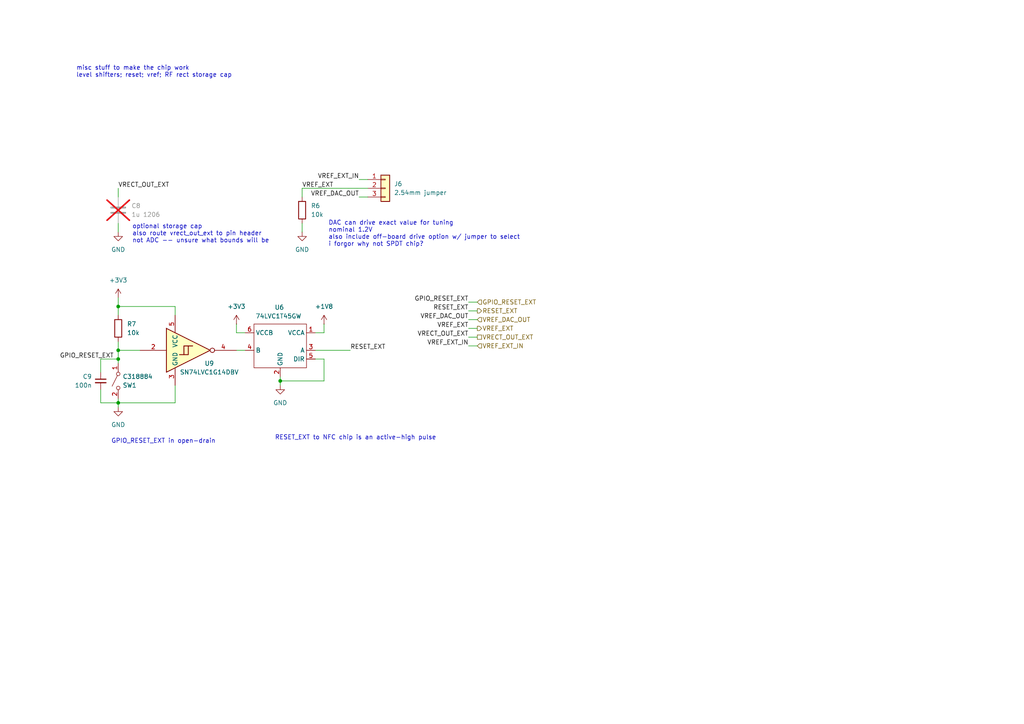
<source format=kicad_sch>
(kicad_sch (version 20250114) (generator "eeschema") (generator_version "9.0")
  (paper "A4")
  (lib_symbols
    (symbol "592-partslib:74LVC1T45GW"
      (property "Reference" "U" (at 8.89 8.89 0))
      (property "Value" "74LVC1T45GW" (at 14.732 7.112 0))
      (symbol "74LVC1T45GW_0_1"
        (rectangle (start -7.62 6.35) (end 7.62 -6.35))
      )
      (symbol "74LVC1T45GW_1_1"
        (pin power_in line (at -10.16 3.81 0) (length 2.54) (name "VCCA") (number "1"))
        (pin bidirectional line (at -10.16 -1.27 0) (length 2.54) (name "A") (number "3"))
        (pin input line (at -10.16 -3.81 0) (length 2.54) (name "DIR") (number "5"))
        (pin power_in line (at 0 -8.89 90) (length 2.54) (name "GND") (number "2"))
        (pin power_in line (at 10.16 3.81 180) (length 2.54) (name "VCCB") (number "6"))
        (pin bidirectional line (at 10.16 -1.27 180) (length 2.54) (name "B") (number "4"))
      )
    )
    (symbol "74xGxx:SN74LVC1G14DBV"
      (property "Reference" "U" (at 0 3.81 0))
      (property "Value" "SN74LVC1G14DBV" (at 0 -3.81 0))
      (symbol "SN74LVC1G14DBV_0_1"
        (polyline (pts (xy -7.62 6.35) (xy -7.62 -6.35) (xy 5.08 0) (xy -7.62 6.35)) (stroke (width 0.254)) (fill (type background)))
      )
      (symbol "SN74LVC1G14DBV_1_1"
        (polyline (pts (xy -3.81 -1.27) (xy -1.27 -1.27) (xy -1.27 1.27)) (stroke (width 0.254)))
        (polyline (pts (xy -2.54 -1.27) (xy -2.54 1.27) (xy 0 1.27)) (stroke (width 0.254)))
        (pin input line (at -15.24 0 0) (length 7.62) (name "~") (number "2"))
        (pin no_connect line (at -7.62 5.08 180) (length 5.08) (hide yes) (name "NC") (number "1"))
        (pin power_in line (at -5.08 10.16 270) (length 5.08) (name "VCC") (number "5"))
        (pin power_in line (at -5.08 -10.16 90) (length 5.08) (name "GND") (number "3"))
        (pin output inverted (at 12.7 0 180) (length 7.62) (name "~") (number "4"))
      )
    )
    (symbol "Connector_Generic:Conn_01x03" (pin_names (offset 1.016) (hide yes))
      (property "Reference" "J" (at 0 5.08 0))
      (property "Value" "Conn_01x03" (at 0 -5.08 0))
      (symbol "Conn_01x03_1_1"
        (rectangle (start -1.27 3.81) (end 1.27 -3.81) (stroke (width 0.254)) (fill (type background)))
        (rectangle (start -1.27 2.667) (end 0 2.413) (stroke (width 0.1524)))
        (rectangle (start -1.27 0.127) (end 0 -0.127) (stroke (width 0.1524)))
        (rectangle (start -1.27 -2.413) (end 0 -2.667) (stroke (width 0.1524)))
        (pin passive line (at -5.08 2.54 0) (length 3.81) (name "Pin_1") (number "1"))
        (pin passive line (at -5.08 0 0) (length 3.81) (name "Pin_2") (number "2"))
        (pin passive line (at -5.08 -2.54 0) (length 3.81) (name "Pin_3") (number "3"))
      )
    )
    (symbol "Device:C" (pin_numbers (hide yes)) (pin_names (offset 0.254))
      (property "Reference" "C" (at 0.635 2.54 0))
      (property "Value" "C" (at 0.635 -2.54 0))
      (symbol "C_0_1"
        (polyline (pts (xy -2.032 0.762) (xy 2.032 0.762)) (stroke (width 0.508)))
        (polyline (pts (xy -2.032 -0.762) (xy 2.032 -0.762)) (stroke (width 0.508)))
      )
      (symbol "C_1_1"
        (pin passive line (at 0 3.81 270) (length 2.794) (name "~") (number "1"))
        (pin passive line (at 0 -3.81 90) (length 2.794) (name "~") (number "2"))
      )
    )
    (symbol "Device:C_Small" (pin_numbers (hide yes)) (pin_names (offset 0.254) (hide yes))
      (property "Reference" "C" (at 0.254 1.778 0))
      (property "Value" "C_Small" (at 0.254 -2.032 0))
      (symbol "C_Small_0_1"
        (polyline (pts (xy -1.524 0.508) (xy 1.524 0.508)) (stroke (width 0.3048)))
        (polyline (pts (xy -1.524 -0.508) (xy 1.524 -0.508)) (stroke (width 0.3302)))
      )
      (symbol "C_Small_1_1"
        (pin passive line (at 0 2.54 270) (length 2.032) (name "~") (number "1"))
        (pin passive line (at 0 -2.54 90) (length 2.032) (name "~") (number "2"))
      )
    )
    (symbol "Device:R" (pin_numbers (hide yes)) (pin_names (offset 0))
      (property "Reference" "R" (at 2.032 0 90))
      (property "Value" "R" (at 0 0 90))
      (symbol "R_0_1"
        (rectangle (start -1.016 -2.54) (end 1.016 2.54) (stroke (width 0.254)))
      )
      (symbol "R_1_1"
        (pin passive line (at 0 3.81 270) (length 1.27) (name "~") (number "1"))
        (pin passive line (at 0 -3.81 90) (length 1.27) (name "~") (number "2"))
      )
    )
    (symbol "Switch:SW_SPST" (pin_names (offset 0) (hide yes))
      (property "Reference" "SW" (at 0 3.175 0))
      (property "Value" "SW_SPST" (at 0 -2.54 0))
      (symbol "SW_SPST_0_0"
        (circle (center -2.032 0) (radius 0.508))
        (polyline (pts (xy -1.524 0.254) (xy 1.524 1.778)))
        (circle (center 2.032 0) (radius 0.508))
      )
      (symbol "SW_SPST_1_1"
        (pin passive line (at -5.08 0 0) (length 2.54) (name "A") (number "1"))
        (pin passive line (at 5.08 0 180) (length 2.54) (name "B") (number "2"))
      )
    )
    (symbol "power:+1V8" (power) (pin_numbers (hide yes)) (pin_names (offset 0) (hide yes))
      (property "Value" "+1V8" (at 0 3.556 0))
      (symbol "+1V8_0_1"
        (polyline (pts (xy -0.762 1.27) (xy 0 2.54)))
        (polyline (pts (xy 0 2.54) (xy 0.762 1.27)))
        (polyline (pts (xy 0 0) (xy 0 2.54)))
      )
      (symbol "+1V8_1_1"
        (pin power_in line (at 0 0 90) (length 0) (name "~") (number "1"))
      )
    )
    (symbol "power:+3V3" (power) (pin_numbers (hide yes)) (pin_names (offset 0) (hide yes))
      (property "Value" "+3V3" (at 0 3.556 0))
      (symbol "+3V3_0_1"
        (polyline (pts (xy -0.762 1.27) (xy 0 2.54)))
        (polyline (pts (xy 0 2.54) (xy 0.762 1.27)))
        (polyline (pts (xy 0 0) (xy 0 2.54)))
      )
      (symbol "+3V3_1_1"
        (pin power_in line (at 0 0 90) (length 0) (name "~") (number "1"))
      )
    )
    (symbol "power:GND" (power) (pin_numbers (hide yes)) (pin_names (offset 0) (hide yes))
      (property "Value" "GND" (at 0 -3.81 0))
      (symbol "GND_0_1"
        (polyline (pts (xy 0 0) (xy 0 -1.27) (xy 1.27 -1.27) (xy 0 -2.54) (xy -1.27 -1.27) (xy 0 -1.27)))
      )
      (symbol "GND_1_1"
        (pin power_in line (at 0 0 270) (length 0) (name "~") (number "1"))
      )
    )
  )
  (text "GPIO_RESET_EXT in open-drain" (at 32.258 128.016 0) (effects (font (size 1.27 1.27)) (justify left)))
  (text "RESET_EXT to NFC chip is an active-high pulse" (at 103.124 127 0) (effects (font (size 1.27 1.27))))
  (text "DAC can drive exact value for tuning\nnominal 1.2V\nalso include off-board drive option w/ jumper to select\ni forgor why not SPDT chip?" (at 95.25 67.818 0) (effects (font (size 1.27 1.27)) (justify left)))
  (text "optional storage cap\nalso route vrect_out_ext to pin header\nnot ADC -- unsure what bounds will be" (at 38.354 67.818 0) (effects (font (size 1.27 1.27)) (justify left)))
  (text "misc stuff to make the chip work\nlevel shifters; reset; vref; RF rect storage cap" (at 22.098 20.828 0) (effects (font (size 1.27 1.27)) (justify left)))
  (junction (at 34.29 88.9))
  (junction (at 34.29 101.6))
  (junction (at 34.29 116.84))
  (junction (at 81.28 110.49))
  (junction (at 34.29 104.14))
  (wire (pts (xy 34.29 88.9) (xy 50.8 88.9)))
  (wire (pts (xy 91.44 104.14) (xy 93.98 104.14)))
  (wire (pts (xy 34.29 101.6) (xy 40.64 101.6)))
  (wire (pts (xy 93.98 93.98) (xy 93.98 96.52)))
  (wire (pts (xy 34.29 64.77) (xy 34.29 67.31)))
  (wire (pts (xy 81.28 109.22) (xy 81.28 110.49)))
  (wire (pts (xy 34.29 86.36) (xy 34.29 88.9)))
  (wire (pts (xy 93.98 110.49) (xy 81.28 110.49)))
  (wire (pts (xy 29.21 113.03) (xy 29.21 116.84)))
  (wire (pts (xy 91.44 96.52) (xy 93.98 96.52)))
  (wire (pts (xy 29.21 104.14) (xy 34.29 104.14)))
  (wire (pts (xy 93.98 104.14) (xy 93.98 110.49)))
  (wire (pts (xy 135.89 90.17) (xy 138.43 90.17)))
  (wire (pts (xy 87.63 54.61) (xy 87.63 57.15)))
  (wire (pts (xy 50.8 111.76) (xy 50.8 116.84)))
  (wire (pts (xy 135.89 95.25) (xy 138.43 95.25)))
  (wire (pts (xy 104.14 57.15) (xy 106.68 57.15)))
  (wire (pts (xy 135.89 97.79) (xy 138.43 97.79)))
  (wire (pts (xy 135.89 100.33) (xy 138.43 100.33)))
  (wire (pts (xy 68.58 93.98) (xy 68.58 96.52)))
  (wire (pts (xy 34.29 116.84) (xy 34.29 115.57)))
  (wire (pts (xy 91.44 101.6) (xy 101.6 101.6)))
  (wire (pts (xy 34.29 54.61) (xy 34.29 57.15)))
  (wire (pts (xy 34.29 116.84) (xy 50.8 116.84)))
  (wire (pts (xy 104.14 52.07) (xy 106.68 52.07)))
  (wire (pts (xy 87.63 54.61) (xy 106.68 54.61)))
  (wire (pts (xy 34.29 99.06) (xy 34.29 101.6)))
  (wire (pts (xy 135.89 92.71) (xy 138.43 92.71)))
  (wire (pts (xy 34.29 101.6) (xy 34.29 104.14)))
  (wire (pts (xy 50.8 88.9) (xy 50.8 91.44)))
  (wire (pts (xy 71.12 101.6) (xy 68.58 101.6)))
  (wire (pts (xy 34.29 118.11) (xy 34.29 116.84)))
  (wire (pts (xy 135.89 87.63) (xy 138.43 87.63)))
  (wire (pts (xy 68.58 96.52) (xy 71.12 96.52)))
  (wire (pts (xy 81.28 110.49) (xy 81.28 111.76)))
  (wire (pts (xy 29.21 104.14) (xy 29.21 107.95)))
  (wire (pts (xy 34.29 88.9) (xy 34.29 91.44)))
  (wire (pts (xy 87.63 64.77) (xy 87.63 67.31)))
  (wire (pts (xy 29.21 116.84) (xy 34.29 116.84)))
  (wire (pts (xy 34.29 104.14) (xy 34.29 105.41)))
  (label "GPIO_RESET_EXT" (at 33.02 104.14 180))
  (label "VREF_EXT_IN" (at 135.89 100.33 180))
  (label "VREF_DAC_OUT" (at 135.89 92.71 180))
  (label "VREF_EXT" (at 135.89 95.25 180))
  (label "VRECT_OUT_EXT" (at 135.89 97.79 180))
  (label "VRECT_OUT_EXT" (at 34.29 54.61 0))
  (label "GPIO_RESET_EXT" (at 135.89 87.63 180))
  (label "VREF_DAC_OUT" (at 104.14 57.15 180))
  (label "VREF_EXT" (at 87.63 54.61 0))
  (label "RESET_EXT" (at 101.6 101.6 0))
  (label "VREF_EXT_IN" (at 104.14 52.07 180))
  (label "RESET_EXT" (at 135.89 90.17 180))
  (hierarchical_label "VREF_EXT_IN" (shape input) (at 138.43 100.33 0))
  (hierarchical_label "VREF_EXT" (shape output) (at 138.43 95.25 0))
  (hierarchical_label "VREF_DAC_OUT" (shape input) (at 138.43 92.71 0))
  (hierarchical_label "GPIO_RESET_EXT" (shape input) (at 138.43 87.63 0))
  (hierarchical_label "RESET_EXT" (shape output) (at 138.43 90.17 0))
  (hierarchical_label "VRECT_OUT_EXT" (shape passive) (at 138.43 97.79 0))
  (symbol (lib_id "Device:C_Small") (at 29.21 110.49 0) (mirror y) (unit 1)
    (property "Reference" "C9" (at 26.67 109.2262 0) (effects (justify left)))
    (property "Value" "100n" (at 26.67 111.7662 0) (effects (justify left)))
    (property "Footprint" "Capacitor_SMD:C_0603_1608Metric" (effects (hide yes)))
    (property "Description" "Unpolarized capacitor, small symbol" (effects (hide yes)))
  )
  (symbol (lib_id "74xGxx:SN74LVC1G14DBV") (at 55.88 101.6 0) (unit 1)
    (property "Reference" "U9" (at 60.706 105.41 0))
    (property "Value" "SN74LVC1G14DBV" (at 60.706 107.95 0))
    (property "Footprint" "Package_TO_SOT_SMD:SOT-23-5" (effects (hide yes)))
    (property "Datasheet" "https://www.ti.com/lit/ds/symlink/sn74lvc1g14.pdf" (effects (hide yes)))
    (property "Description" "Single Schmitt NOT Gate, Low-Voltage CMOS, SOT-23" (effects (hide yes)))
  )
  (symbol (lib_id "power:GND") (at 81.28 111.76 0) (mirror y) (unit 1)
    (property "Reference" "#PWR026" (effects (hide yes)))
    (property "Value" "GND" (at 81.28 116.84 0))
    (property "Description" "Power symbol creates a global label with name \"GND\" , ground" (effects (hide yes)))
  )
  (symbol (lib_id "Device:C") (at 34.29 60.96 0) (unit 1) (dnp yes)
    (property "Reference" "C8" (at 38.1 59.6899 0) (effects (justify left)))
    (property "Value" "1u 1206" (at 38.1 62.2299 0) (effects (justify left)))
    (property "Footprint" "Capacitor_SMD:C_0603_1608Metric" (effects (hide yes)))
    (property "Description" "Unpolarized capacitor" (effects (hide yes)))
  )
  (symbol (lib_id "Connector_Generic:Conn_01x03") (at 111.76 54.61 0) (unit 1)
    (property "Reference" "J6" (at 114.3 53.3399 0) (effects (justify left)))
    (property "Value" "2.54mm jumper" (at 114.3 55.8799 0) (effects (justify left)))
    (property "Footprint" "Connector_PinHeader_2.54mm:PinHeader_1x03_P2.54mm_Vertical" (effects (hide yes)))
    (property "Description" "Generic connector, single row, 01x03, script generated (kicad-library-utils/schlib/autogen/connector/)" (effects (hide yes)))
  )
  (symbol (lib_id "Switch:SW_SPST") (at 34.29 110.49 90) (mirror x) (unit 1)
    (property "Reference" "SW1" (at 35.56 111.7601 90) (effects (justify right)))
    (property "Value" "C318884" (at 35.56 109.2201 90) (effects (justify right)))
    (property "Footprint" "Button_Switch_SMD:SW_Push_1P1T_XKB_TS-1187A" (effects (hide yes)))
    (property "Description" "Single Pole Single Throw (SPST) switch" (effects (hide yes)))
  )
  (symbol (lib_id "power:GND") (at 34.29 118.11 0) (mirror y) (unit 1)
    (property "Reference" "#PWR028" (effects (hide yes)))
    (property "Value" "GND" (at 34.29 123.19 0))
    (property "Description" "Power symbol creates a global label with name \"GND\" , ground" (effects (hide yes)))
  )
  (symbol (lib_id "power:GND") (at 87.63 67.31 0) (unit 1)
    (property "Reference" "#PWR024" (effects (hide yes)))
    (property "Value" "GND" (at 87.63 72.39 0))
    (property "Description" "Power symbol creates a global label with name \"GND\" , ground" (effects (hide yes)))
  )
  (symbol (lib_id "power:+1V8") (at 93.98 93.98 0) (mirror y) (unit 1)
    (property "Reference" "#PWR025" (effects (hide yes)))
    (property "Value" "+1V8" (at 93.98 88.9 0))
    (property "Description" "Power symbol creates a global label with name \"+1V8\"" (effects (hide yes)))
  )
  (symbol (lib_id "Device:R") (at 34.29 95.25 0) (unit 1)
    (property "Reference" "R7" (at 36.83 93.9799 0) (effects (justify left)))
    (property "Value" "10k" (at 36.83 96.5199 0) (effects (justify left)))
    (property "Footprint" "Capacitor_SMD:C_0603_1608Metric" (effects (hide yes)))
    (property "Description" "Resistor" (effects (hide yes)))
  )
  (symbol (lib_id "592-partslib:74LVC1T45GW") (at 81.28 100.33 0) (mirror y) (unit 1)
    (property "Reference" "U6" (at 81.026 89.154 0))
    (property "Value" "74LVC1T45GW" (at 80.772 91.694 0))
    (property "Footprint" "Package_TO_SOT_SMD:SOT-363_SC-70-6" (effects (hide yes)))
    (property "Datasheet" "https://www.lcsc.com/datasheet/C478004.pdf" (effects (hide yes)))
  )
  (symbol (lib_id "power:+3V3") (at 68.58 93.98 0) (mirror y) (unit 1)
    (property "Reference" "#PWR027" (effects (hide yes)))
    (property "Value" "+3V3" (at 68.58 88.9 0))
    (property "Description" "Power symbol creates a global label with name \"+3V3\"" (effects (hide yes)))
  )
  (symbol (lib_id "Device:R") (at 87.63 60.96 0) (unit 1)
    (property "Reference" "R6" (at 90.17 59.6899 0) (effects (justify left)))
    (property "Value" "10k" (at 90.17 62.2299 0) (effects (justify left)))
    (property "Footprint" "Capacitor_SMD:C_0603_1608Metric" (effects (hide yes)))
    (property "Description" "Resistor" (effects (hide yes)))
  )
  (symbol (lib_id "power:GND") (at 34.29 67.31 0) (unit 1)
    (property "Reference" "#PWR023" (effects (hide yes)))
    (property "Value" "GND" (at 34.29 72.39 0))
    (property "Description" "Power symbol creates a global label with name \"GND\" , ground" (effects (hide yes)))
  )
  (symbol (lib_id "power:+3V3") (at 34.29 86.36 0) (mirror y) (unit 1)
    (property "Reference" "#PWR029" (effects (hide yes)))
    (property "Value" "+3V3" (at 34.29 81.28 0))
    (property "Description" "Power symbol creates a global label with name \"+3V3\"" (effects (hide yes)))
  )
)
</source>
